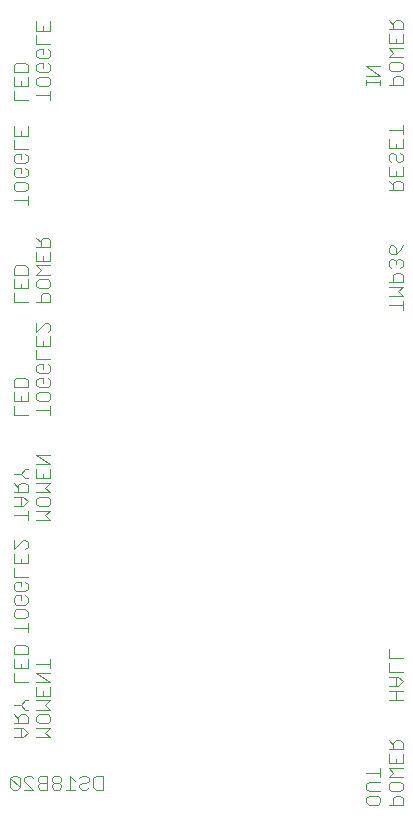
<source format=gbo>
G75*
%MOIN*%
%OFA0B0*%
%FSLAX24Y24*%
%IPPOS*%
%LPD*%
%AMOC8*
5,1,8,0,0,1.08239X$1,22.5*
%
%ADD10C,0.0040*%
D10*
X002087Y002120D02*
X002011Y002197D01*
X002011Y002504D01*
X002318Y002197D01*
X002241Y002120D01*
X002087Y002120D01*
X002318Y002197D02*
X002318Y002504D01*
X002241Y002580D01*
X002087Y002580D01*
X002011Y002504D01*
X002471Y002504D02*
X002548Y002580D01*
X002701Y002580D01*
X002778Y002504D01*
X002932Y002504D02*
X002932Y002427D01*
X003008Y002350D01*
X003238Y002350D01*
X003392Y002273D02*
X003392Y002197D01*
X003469Y002120D01*
X003622Y002120D01*
X003699Y002197D01*
X003699Y002273D01*
X003622Y002350D01*
X003469Y002350D01*
X003392Y002273D01*
X003469Y002350D02*
X003392Y002427D01*
X003392Y002504D01*
X003469Y002580D01*
X003622Y002580D01*
X003699Y002504D01*
X003699Y002427D01*
X003622Y002350D01*
X003852Y002120D02*
X004159Y002120D01*
X004006Y002120D02*
X004006Y002580D01*
X004159Y002427D01*
X004313Y002504D02*
X004389Y002580D01*
X004543Y002580D01*
X004620Y002504D01*
X004620Y002427D01*
X004543Y002350D01*
X004389Y002350D01*
X004313Y002273D01*
X004313Y002197D01*
X004389Y002120D01*
X004543Y002120D01*
X004620Y002197D01*
X004773Y002197D02*
X004773Y002504D01*
X004850Y002580D01*
X005080Y002580D01*
X005080Y002120D01*
X004850Y002120D01*
X004773Y002197D01*
X003330Y003870D02*
X003177Y004023D01*
X003330Y004177D01*
X002870Y004177D01*
X002947Y004330D02*
X002870Y004407D01*
X002870Y004561D01*
X002947Y004637D01*
X003254Y004637D01*
X003330Y004561D01*
X003330Y004407D01*
X003254Y004330D01*
X002947Y004330D01*
X002870Y004791D02*
X003330Y004791D01*
X003177Y004944D01*
X003330Y005098D01*
X002870Y005098D01*
X002870Y005251D02*
X002870Y005558D01*
X002870Y005712D02*
X003330Y005712D01*
X002870Y006018D01*
X003330Y006018D01*
X003330Y006172D02*
X003330Y006479D01*
X003330Y006325D02*
X002870Y006325D01*
X002580Y006172D02*
X002120Y006172D01*
X002120Y006479D01*
X002120Y006632D02*
X002120Y006863D01*
X002197Y006939D01*
X002504Y006939D01*
X002580Y006863D01*
X002580Y006632D01*
X002120Y006632D01*
X002350Y006325D02*
X002350Y006172D01*
X002120Y006018D02*
X002120Y005712D01*
X002580Y005712D01*
X002870Y005251D02*
X003330Y005251D01*
X003330Y005558D01*
X003100Y005405D02*
X003100Y005251D01*
X002580Y005098D02*
X002504Y005098D01*
X002350Y004944D01*
X002120Y004944D01*
X002350Y004944D02*
X002504Y004791D01*
X002580Y004791D01*
X002504Y004637D02*
X002580Y004561D01*
X002580Y004330D01*
X002120Y004330D01*
X002120Y004177D02*
X002427Y004177D01*
X002580Y004023D01*
X002427Y003870D01*
X002120Y003870D01*
X002350Y003870D02*
X002350Y004177D01*
X002273Y004330D02*
X002273Y004561D01*
X002350Y004637D01*
X002504Y004637D01*
X002273Y004484D02*
X002120Y004637D01*
X002870Y003870D02*
X003330Y003870D01*
X003238Y002580D02*
X003008Y002580D01*
X002932Y002504D01*
X003008Y002350D02*
X002932Y002273D01*
X002932Y002197D01*
X003008Y002120D01*
X003238Y002120D01*
X003238Y002580D01*
X002778Y002120D02*
X002471Y002427D01*
X002471Y002504D01*
X002471Y002120D02*
X002778Y002120D01*
X002580Y006172D02*
X002580Y006479D01*
X002580Y007370D02*
X002580Y007677D01*
X002580Y007523D02*
X002120Y007523D01*
X002197Y007830D02*
X002120Y007907D01*
X002120Y008061D01*
X002197Y008137D01*
X002504Y008137D01*
X002580Y008061D01*
X002580Y007907D01*
X002504Y007830D01*
X002197Y007830D01*
X002197Y008291D02*
X002120Y008368D01*
X002120Y008521D01*
X002197Y008598D01*
X002350Y008598D01*
X002350Y008444D01*
X002197Y008291D02*
X002504Y008291D01*
X002580Y008368D01*
X002580Y008521D01*
X002504Y008598D01*
X002504Y008751D02*
X002197Y008751D01*
X002120Y008828D01*
X002120Y008981D01*
X002197Y009058D01*
X002350Y009058D01*
X002350Y008905D01*
X002504Y009058D02*
X002580Y008981D01*
X002580Y008828D01*
X002504Y008751D01*
X002580Y009212D02*
X002120Y009212D01*
X002120Y009518D01*
X002120Y009672D02*
X002120Y009979D01*
X002120Y010132D02*
X002427Y010439D01*
X002504Y010439D01*
X002580Y010363D01*
X002580Y010209D01*
X002504Y010132D01*
X002580Y009979D02*
X002580Y009672D01*
X002120Y009672D01*
X002350Y009672D02*
X002350Y009825D01*
X002120Y010132D02*
X002120Y010439D01*
X002580Y011120D02*
X002580Y011427D01*
X002580Y011273D02*
X002120Y011273D01*
X002120Y011580D02*
X002427Y011580D01*
X002580Y011734D01*
X002427Y011887D01*
X002120Y011887D01*
X002120Y012041D02*
X002580Y012041D01*
X002580Y012271D01*
X002504Y012348D01*
X002350Y012348D01*
X002273Y012271D01*
X002273Y012041D01*
X002273Y012194D02*
X002120Y012348D01*
X002120Y012655D02*
X002350Y012655D01*
X002504Y012808D01*
X002580Y012808D01*
X002350Y012655D02*
X002504Y012501D01*
X002580Y012501D01*
X002870Y012501D02*
X002870Y012808D01*
X002870Y012962D02*
X003330Y012962D01*
X002870Y013268D01*
X003330Y013268D01*
X003330Y012808D02*
X003330Y012501D01*
X002870Y012501D01*
X002870Y012348D02*
X003330Y012348D01*
X003177Y012194D01*
X003330Y012041D01*
X002870Y012041D01*
X002947Y011887D02*
X002870Y011811D01*
X002870Y011657D01*
X002947Y011580D01*
X003254Y011580D01*
X003330Y011657D01*
X003330Y011811D01*
X003254Y011887D01*
X002947Y011887D01*
X002870Y011427D02*
X003330Y011427D01*
X003177Y011273D01*
X003330Y011120D01*
X002870Y011120D01*
X002350Y011580D02*
X002350Y011887D01*
X003100Y012501D02*
X003100Y012655D01*
X003330Y014620D02*
X003330Y014927D01*
X003330Y014773D02*
X002870Y014773D01*
X002947Y015080D02*
X002870Y015157D01*
X002870Y015311D01*
X002947Y015387D01*
X003254Y015387D01*
X003330Y015311D01*
X003330Y015157D01*
X003254Y015080D01*
X002947Y015080D01*
X002580Y015080D02*
X002120Y015080D01*
X002120Y015387D01*
X002120Y015541D02*
X002120Y015771D01*
X002197Y015848D01*
X002504Y015848D01*
X002580Y015771D01*
X002580Y015541D01*
X002120Y015541D01*
X002350Y015234D02*
X002350Y015080D01*
X002120Y014927D02*
X002120Y014620D01*
X002580Y014620D01*
X002580Y015080D02*
X002580Y015387D01*
X002870Y015618D02*
X002870Y015771D01*
X002947Y015848D01*
X003100Y015848D01*
X003100Y015694D01*
X002947Y015541D02*
X003254Y015541D01*
X003330Y015618D01*
X003330Y015771D01*
X003254Y015848D01*
X003254Y016001D02*
X002947Y016001D01*
X002870Y016078D01*
X002870Y016231D01*
X002947Y016308D01*
X003100Y016308D01*
X003100Y016155D01*
X003254Y016308D02*
X003330Y016231D01*
X003330Y016078D01*
X003254Y016001D01*
X002870Y015618D02*
X002947Y015541D01*
X002870Y016462D02*
X002870Y016768D01*
X002870Y016922D02*
X002870Y017229D01*
X002870Y017382D02*
X003177Y017689D01*
X003254Y017689D01*
X003330Y017613D01*
X003330Y017459D01*
X003254Y017382D01*
X003330Y017229D02*
X003330Y016922D01*
X002870Y016922D01*
X002870Y016462D02*
X003330Y016462D01*
X003100Y016922D02*
X003100Y017075D01*
X002870Y017382D02*
X002870Y017689D01*
X002870Y018370D02*
X003330Y018370D01*
X003330Y018600D01*
X003254Y018677D01*
X003100Y018677D01*
X003023Y018600D01*
X003023Y018370D01*
X002947Y018830D02*
X002870Y018907D01*
X002870Y019061D01*
X002947Y019137D01*
X003254Y019137D01*
X003330Y019061D01*
X003330Y018907D01*
X003254Y018830D01*
X002947Y018830D01*
X002580Y018830D02*
X002120Y018830D01*
X002120Y019137D01*
X002120Y019291D02*
X002120Y019521D01*
X002197Y019598D01*
X002504Y019598D01*
X002580Y019521D01*
X002580Y019291D01*
X002120Y019291D01*
X002350Y018984D02*
X002350Y018830D01*
X002120Y018677D02*
X002120Y018370D01*
X002580Y018370D01*
X002580Y018830D02*
X002580Y019137D01*
X002870Y019291D02*
X003023Y019444D01*
X002870Y019598D01*
X003330Y019598D01*
X003330Y019751D02*
X002870Y019751D01*
X002870Y020058D01*
X002870Y020212D02*
X003330Y020212D01*
X003330Y020442D01*
X003254Y020518D01*
X003100Y020518D01*
X003023Y020442D01*
X003023Y020212D01*
X003023Y020365D02*
X002870Y020518D01*
X003100Y019905D02*
X003100Y019751D01*
X003330Y019751D02*
X003330Y020058D01*
X003330Y019291D02*
X002870Y019291D01*
X002580Y021620D02*
X002580Y021927D01*
X002580Y021773D02*
X002120Y021773D01*
X002197Y022080D02*
X002120Y022157D01*
X002120Y022311D01*
X002197Y022387D01*
X002504Y022387D01*
X002580Y022311D01*
X002580Y022157D01*
X002504Y022080D01*
X002197Y022080D01*
X002197Y022541D02*
X002120Y022618D01*
X002120Y022771D01*
X002197Y022848D01*
X002350Y022848D01*
X002350Y022694D01*
X002197Y022541D02*
X002504Y022541D01*
X002580Y022618D01*
X002580Y022771D01*
X002504Y022848D01*
X002504Y023001D02*
X002197Y023001D01*
X002120Y023078D01*
X002120Y023231D01*
X002197Y023308D01*
X002350Y023308D01*
X002350Y023155D01*
X002504Y023308D02*
X002580Y023231D01*
X002580Y023078D01*
X002504Y023001D01*
X002580Y023462D02*
X002120Y023462D01*
X002120Y023768D01*
X002120Y023922D02*
X002120Y024229D01*
X002350Y024075D02*
X002350Y023922D01*
X002580Y023922D02*
X002120Y023922D01*
X002580Y023922D02*
X002580Y024229D01*
X002580Y025120D02*
X002120Y025120D01*
X002120Y025427D01*
X002120Y025580D02*
X002120Y025887D01*
X002120Y026041D02*
X002120Y026271D01*
X002197Y026348D01*
X002504Y026348D01*
X002580Y026271D01*
X002580Y026041D01*
X002120Y026041D01*
X002350Y025734D02*
X002350Y025580D01*
X002580Y025580D02*
X002120Y025580D01*
X002580Y025580D02*
X002580Y025887D01*
X002870Y025811D02*
X002947Y025887D01*
X003254Y025887D01*
X003330Y025811D01*
X003330Y025657D01*
X003254Y025580D01*
X002947Y025580D01*
X002870Y025657D01*
X002870Y025811D01*
X002947Y026041D02*
X002870Y026118D01*
X002870Y026271D01*
X002947Y026348D01*
X003100Y026348D01*
X003100Y026194D01*
X002947Y026041D02*
X003254Y026041D01*
X003330Y026118D01*
X003330Y026271D01*
X003254Y026348D01*
X003254Y026501D02*
X002947Y026501D01*
X002870Y026578D01*
X002870Y026731D01*
X002947Y026808D01*
X003100Y026808D01*
X003100Y026655D01*
X003254Y026808D02*
X003330Y026731D01*
X003330Y026578D01*
X003254Y026501D01*
X003330Y026962D02*
X002870Y026962D01*
X002870Y027268D01*
X002870Y027422D02*
X002870Y027729D01*
X002870Y027422D02*
X003330Y027422D01*
X003330Y027729D01*
X003100Y027575D02*
X003100Y027422D01*
X003330Y025427D02*
X003330Y025120D01*
X003330Y025273D02*
X002870Y025273D01*
X013870Y025620D02*
X013870Y025773D01*
X013870Y025697D02*
X014330Y025697D01*
X014330Y025773D02*
X014330Y025620D01*
X014330Y025927D02*
X013870Y026234D01*
X014330Y026234D01*
X014330Y025927D02*
X013870Y025927D01*
X014620Y026157D02*
X014697Y026080D01*
X015004Y026080D01*
X015080Y026157D01*
X015080Y026311D01*
X015004Y026387D01*
X014697Y026387D01*
X014620Y026311D01*
X014620Y026157D01*
X014850Y025927D02*
X014773Y025850D01*
X014773Y025620D01*
X014620Y025620D02*
X015080Y025620D01*
X015080Y025850D01*
X015004Y025927D01*
X014850Y025927D01*
X014620Y026541D02*
X014773Y026694D01*
X014620Y026848D01*
X015080Y026848D01*
X015080Y027001D02*
X014620Y027001D01*
X014620Y027308D01*
X014620Y027462D02*
X015080Y027462D01*
X015080Y027692D01*
X015004Y027768D01*
X014850Y027768D01*
X014773Y027692D01*
X014773Y027462D01*
X014773Y027615D02*
X014620Y027768D01*
X015080Y027308D02*
X015080Y027001D01*
X014850Y027001D02*
X014850Y027155D01*
X015080Y026541D02*
X014620Y026541D01*
X015080Y024268D02*
X015080Y023962D01*
X015080Y024115D02*
X014620Y024115D01*
X014620Y023808D02*
X014620Y023501D01*
X015080Y023501D01*
X015080Y023808D01*
X014850Y023655D02*
X014850Y023501D01*
X014773Y023348D02*
X014850Y023271D01*
X014850Y023118D01*
X014927Y023041D01*
X015004Y023041D01*
X015080Y023118D01*
X015080Y023271D01*
X015004Y023348D01*
X014773Y023348D02*
X014697Y023348D01*
X014620Y023271D01*
X014620Y023118D01*
X014697Y023041D01*
X014620Y022887D02*
X014620Y022580D01*
X015080Y022580D01*
X015080Y022887D01*
X014850Y022734D02*
X014850Y022580D01*
X014850Y022427D02*
X014773Y022350D01*
X014773Y022120D01*
X014620Y022120D02*
X015080Y022120D01*
X015080Y022350D01*
X015004Y022427D01*
X014850Y022427D01*
X014773Y022273D02*
X014620Y022427D01*
X014697Y020268D02*
X014773Y020268D01*
X014850Y020192D01*
X014850Y019962D01*
X014697Y019962D01*
X014620Y020038D01*
X014620Y020192D01*
X014697Y020268D01*
X014850Y019962D02*
X015004Y020115D01*
X015080Y020268D01*
X015004Y019808D02*
X014927Y019808D01*
X014850Y019731D01*
X014773Y019808D01*
X014697Y019808D01*
X014620Y019731D01*
X014620Y019578D01*
X014697Y019501D01*
X014850Y019348D02*
X014773Y019271D01*
X014773Y019041D01*
X014620Y019041D02*
X015080Y019041D01*
X015080Y019271D01*
X015004Y019348D01*
X014850Y019348D01*
X015004Y019501D02*
X015080Y019578D01*
X015080Y019731D01*
X015004Y019808D01*
X014850Y019731D02*
X014850Y019655D01*
X015080Y018887D02*
X014620Y018887D01*
X014620Y018580D02*
X015080Y018580D01*
X014927Y018734D01*
X015080Y018887D01*
X015080Y018427D02*
X015080Y018120D01*
X015080Y018273D02*
X014620Y018273D01*
X014620Y006808D02*
X014620Y006501D01*
X015080Y006501D01*
X015080Y006041D02*
X014620Y006041D01*
X014620Y006348D01*
X014620Y005887D02*
X014927Y005887D01*
X015080Y005734D01*
X014927Y005580D01*
X014620Y005580D01*
X014620Y005427D02*
X015080Y005427D01*
X014850Y005427D02*
X014850Y005120D01*
X014620Y005120D02*
X015080Y005120D01*
X014850Y005580D02*
X014850Y005887D01*
X014850Y003768D02*
X014773Y003692D01*
X014773Y003462D01*
X014620Y003462D02*
X015080Y003462D01*
X015080Y003692D01*
X015004Y003768D01*
X014850Y003768D01*
X014773Y003615D02*
X014620Y003768D01*
X014620Y003308D02*
X014620Y003001D01*
X015080Y003001D01*
X015080Y003308D01*
X014850Y003155D02*
X014850Y003001D01*
X014620Y002848D02*
X015080Y002848D01*
X015080Y002541D02*
X014620Y002541D01*
X014773Y002694D01*
X014620Y002848D01*
X014697Y002387D02*
X015004Y002387D01*
X015080Y002311D01*
X015080Y002157D01*
X015004Y002080D01*
X014697Y002080D01*
X014620Y002157D01*
X014620Y002311D01*
X014697Y002387D01*
X014330Y002387D02*
X013947Y002387D01*
X013870Y002311D01*
X013870Y002157D01*
X013947Y002080D01*
X014330Y002080D01*
X014254Y001927D02*
X014330Y001850D01*
X014330Y001697D01*
X014254Y001620D01*
X013947Y001620D01*
X013870Y001697D01*
X013870Y001850D01*
X013947Y001927D01*
X014254Y001927D01*
X014330Y002541D02*
X014330Y002848D01*
X014330Y002694D02*
X013870Y002694D01*
X014773Y001850D02*
X014773Y001620D01*
X014620Y001620D02*
X015080Y001620D01*
X015080Y001850D01*
X015004Y001927D01*
X014850Y001927D01*
X014773Y001850D01*
M02*

</source>
